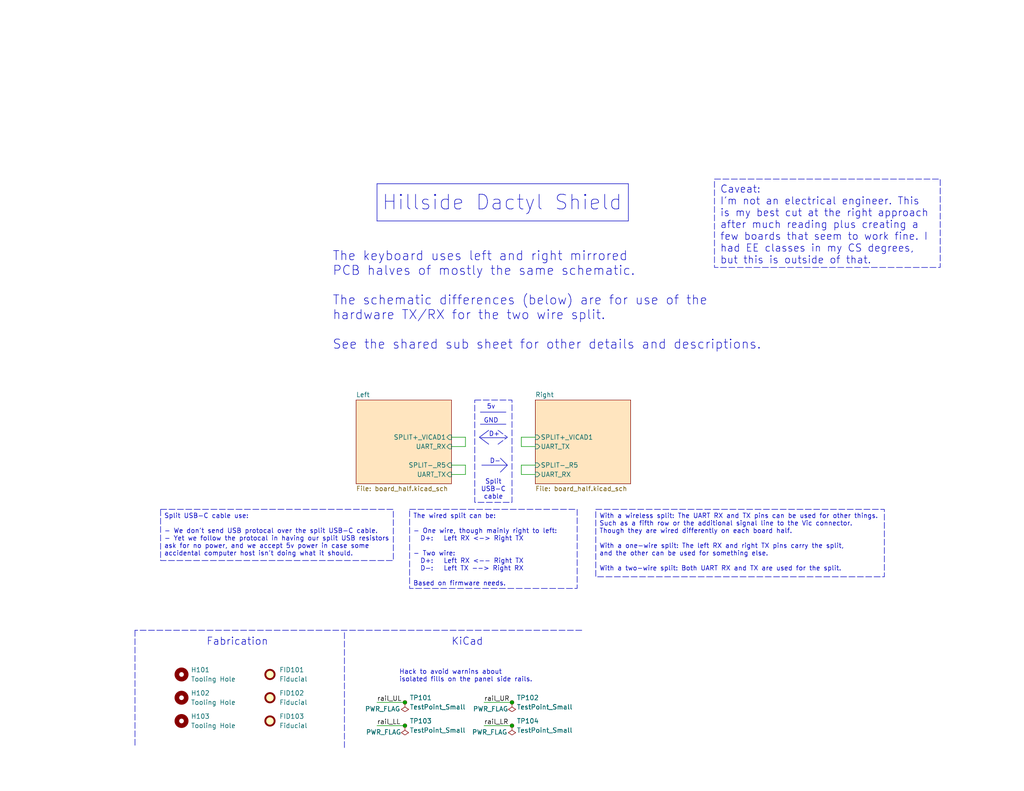
<source format=kicad_sch>
(kicad_sch (version 20231120) (generator "eeschema") (generator_version "8.0")
  (paper "USLetter")
  (title_block (title "Hillside Dactyl Shield") (date "2025-01-14") (rev "0.1.0-alpha.2") (comment 1 "  Headers: MCU, key matrix and display") (comment 2 "  On board: reset, battery switch and LEDs") (comment 3 "Provides:") (comment 4 "Shield for Dactyl split keyboards "))
  (lib_symbols
    (symbol "Connector:TestPoint_Small" (pin_numbers hide) (pin_names (offset 0.762) hide)
      (property "Reference" "TP" (at 0 3.81 0))
      (property "Value" "TestPoint_Small" (at 0 2.032 0))
      (symbol "TestPoint_Small_0_1"
        (circle (center 0 0) (radius 0.508))
      )
      (symbol "TestPoint_Small_1_1"
        (pin passive line (at 0 0 90) (length 0) (name "1") (number "1"))
      )
    )
    (symbol "Mechanical:Fiducial" (exclude_from_sim yes) (in_bom no)
      (property "Reference" "FID" (at 0 5.08 0))
      (property "Value" "Fiducial" (at 0 3.175 0))
      (symbol "Fiducial_0_1"
        (circle (center 0 0) (radius 1.27) (stroke (width 0.508)) (fill (type background)))
      )
    )
    (symbol "Mechanical:MountingHole" (pin_names (offset 1.016)) (exclude_from_sim yes) (in_bom no)
      (property "Reference" "H" (at 0 5.08 0))
      (property "Value" "MountingHole" (at 0 3.175 0))
      (symbol "MountingHole_0_1"
        (circle (center 0 0) (radius 1.27) (stroke (width 1.27)))
      )
    )
    (symbol "power:PWR_FLAG" (power) (pin_numbers hide) (pin_names (offset 0) hide)
      (property "Value" "PWR_FLAG" (at 0 3.81 0))
      (symbol "PWR_FLAG_0_0"
        (pin power_out line (at 0 0 90) (length 0) (name "~") (number "1"))
      )
      (symbol "PWR_FLAG_0_1"
        (polyline (pts (xy 0 0) (xy 0 1.27) (xy -1.016 1.905) (xy 0 2.54) (xy 1.016 1.905) (xy 0 1.27)))
      )
    )
  )
  (junction (at 110.49 191.77))
  (junction (at 110.49 198.12))
  (junction (at 139.7 198.12))
  (junction (at 139.7 191.77))
  (wire (pts (xy 142.24 127) (xy 142.24 129.54)))
  (polyline (pts (xy 135.89 121.285) (xy 138.43 119.38)) (stroke (width 0) (type dash)))
  (wire (pts (xy 146.05 127) (xy 142.24 127)))
  (polyline (pts (xy 131.064 119.507) (xy 138.049 119.507)))
  (wire (pts (xy 132.08 191.77) (xy 139.7 191.77)))
  (polyline (pts (xy 93.98 172.72) (xy 93.98 204.47)) (stroke (width 0) (type dash)))
  (wire (pts (xy 123.19 119.38) (xy 127 119.38)))
  (polyline (pts (xy 36.83 172.085) (xy 36.83 203.835)) (stroke (width 0) (type dash)))
  (polyline (pts (xy 130.81 119.38) (xy 133.35 117.475)))
  (wire (pts (xy 146.05 119.38) (xy 142.24 119.38)))
  (polyline (pts (xy 102.87 50.165) (xy 171.45 50.165)))
  (polyline (pts (xy 136.525 125.095) (xy 138.43 127)))
  (polyline (pts (xy 171.45 60.325) (xy 102.87 60.325)))
  (polyline (pts (xy 102.87 50.165) (xy 102.87 60.325)))
  (polyline (pts (xy 131.445 127) (xy 138.43 127)))
  (wire (pts (xy 142.24 121.92) (xy 146.05 121.92)))
  (wire (pts (xy 123.19 129.54) (xy 127 129.54)))
  (wire (pts (xy 102.87 198.12) (xy 110.49 198.12)))
  (wire (pts (xy 127 127) (xy 127 129.54)))
  (wire (pts (xy 123.19 121.92) (xy 127 121.92)))
  (polyline (pts (xy 171.45 50.165) (xy 171.45 60.325)))
  (polyline (pts (xy 135.89 117.475) (xy 138.43 119.38)) (stroke (width 0) (type dash)))
  (wire (pts (xy 123.19 127) (xy 127 127)))
  (wire (pts (xy 142.24 119.38) (xy 142.24 121.92)))
  (wire (pts (xy 132.08 198.12) (xy 139.7 198.12)))
  (wire (pts (xy 142.24 129.54) (xy 146.05 129.54)))
  (polyline (pts (xy 131.064 112.522) (xy 138.049 112.522)))
  (polyline (pts (xy 136.525 128.905) (xy 138.43 127)))
  (wire (pts (xy 102.87 191.77) (xy 110.49 191.77)))
  (wire (pts (xy 127 119.38) (xy 127 121.92)))
  (polyline (pts (xy 131.064 115.824) (xy 138.049 115.824)))
  (polyline (pts (xy 130.81 119.38) (xy 133.35 121.285)))
  (polyline (pts (xy 158.75 172.085) (xy 36.83 172.085)) (stroke (width 0) (type dash)))
  (text_box "Hack to avoid warnins about\nisolated fills on the panel side rails." (at 107.95 181.61 0) (size 38.735 6.35) (stroke (width -0.0001)) (effects (font (size 1.27 1.27)) (justify left top)))
  (text_box "Split USB-C cable use:\n\n- We don't send USB protocal over the split USB-C cable.\n- Yet we follow the protocal in having our split USB resistors ask for no power, and we accept 5v power in case some accidental computer host isn't doing what it should." (at 43.815 139.065 0) (size 63.5 13.97) (stroke (width 0) (type dash)) (effects (font (size 1.27 1.27)) (justify left top)))
  (text_box "Caveat:\nI'm not an electrical engineer. This is my best cut at the right approach after much reading plus creating a few boards that seem to work fine. I had EE classes in my CS degrees, but this is outside of that." (at 194.945 48.895 0) (size 61.595 24.13) (stroke (width 0) (type dash)) (effects (font (size 2 2)) (justify left top)))
  (text_box "With a wireless split: The UART RX and TX pins can be used for other things.\nSuch as a fifth row or the additional signal line to the Vic connector.\nThough they are wired differently on each board half.\n\nWith a one-wire split: The left RX and right TX pins carry the split, \nand the other can be used for something else.\n\nWith a two-wire split: Both UART RX and TX are used for the split." (at 162.56 139.065 0) (size 78.74 18.415) (stroke (width 0) (type dash)) (effects (font (size 1.27 1.27)) (justify left top)))
  (text_box "The wired split can be:\n\n- One wire, though mainly right to left:\n  D+:   Left RX <-> Right TX\n\n- Two wire: \n  D+:   Left RX <-- Right TX \n  D-:   Left TX --> Right RX\n\nBased on firmware needs." (at 111.76 139.065 0) (size 45.72 21.59) (stroke (width 0) (type dash)) (effects (font (size 1.27 1.27)) (justify left top)))
  (text_box "Split\nUSB-C\ncable" (at 129.54 109.22 0) (size 10.16 27.94) (stroke (width 0) (type dash)) (effects (font (size 1.27 1.27)) (justify bottom)))
  (text "D-" (at 135.128 125.984 0) (effects (font (size 1.27 1.27))))
  (text "5v" (at 133.985 111.125 0) (effects (font (size 1.27 1.27))))
  (text "KiCad" (at 127.508 175.26 0) (effects (font (size 2 2))))
  (text "Fabrication" (at 64.77 175.26 0) (effects (font (size 2 2))))
  (text "${TITLE}" (at 104.14 57.785 0) (effects (font (size 4 4)) (justify left bottom)))
  (text "D+" (at 134.874 118.618 0) (effects (font (size 1.27 1.27))))
  (text "GND" (at 133.985 114.935 0) (effects (font (size 1.27 1.27))))
  (text "The keyboard uses left and right mirrored  \nPCB halves of mostly the same schematic.\n\nThe schematic differences (below) are for use of the \nhardware TX/RX for the two wire split.\n\nSee the shared sub sheet for other details and descriptions." (at 90.678 95.631 0) (effects (font (size 2.5 2.5)) (justify left bottom)))
  (label "rail_LL" (at 102.87 198.12 0))
  (label "rail_UL" (at 102.87 191.77 0))
  (label "rail_UR" (at 132.08 191.77 0))
  (label "rail_LR" (at 132.08 198.12 0))
  (symbol (lib_id "Connector:TestPoint_Small") (at 139.7 198.12 0) (unit 1)
    (property "Reference" "TP104" (at 140.97 196.8499 0) (effects (justify left)))
    (property "Value" "TestPoint_Small" (at 140.97 199.3899 0) (effects (justify left)))
    (property "Footprint" "TestPoint:TestPoint_THTPad_D1.0mm_Drill0.5mm" (effects (hide yes)))
    (property "Description" "test point" (effects (hide yes)))
    (property "Config" "DNF" (effects (hide yes)))
    (property "Role" "Split" (effects (hide yes)))
  )
  (symbol (lib_id "Connector:TestPoint_Small") (at 139.7 191.77 0) (unit 1)
    (property "Reference" "TP102" (at 140.97 190.4999 0) (effects (justify left)))
    (property "Value" "TestPoint_Small" (at 140.97 193.0399 0) (effects (justify left)))
    (property "Footprint" "TestPoint:TestPoint_THTPad_D1.0mm_Drill0.5mm" (effects (hide yes)))
    (property "Description" "test point" (effects (hide yes)))
    (property "Config" "DNF" (effects (hide yes)))
    (property "Role" "Split" (effects (hide yes)))
  )
  (symbol (lib_id "power:PWR_FLAG") (at 139.7 198.12 180) (unit 1)
    (property "Reference" "#FLG0104" (effects (hide yes)))
    (property "Value" "PWR_FLAG" (at 133.604 199.898 0))
    (property "Description" "Special symbol for telling ERC where power comes from" (effects (hide yes)))
  )
  (symbol (lib_id "Mechanical:MountingHole") (at 49.53 190.5 0) (unit 1) (exclude_from_sim yes) (in_bom no)
    (property "Reference" "H102" (at 52.07 189.2299 0) (effects (justify left)))
    (property "Value" "Tooling Hole" (at 52.07 191.7699 0) (effects (justify left)))
    (property "Footprint" "Dactyl_basics:ToolingHole_1.152mm" (effects (hide yes)))
    (property "Description" "Mounting Hole without connection" (effects (hide yes)))
    (property "Config" "DNF" (effects (hide yes)))
    (property "Role" "Assembly" (effects (hide yes)))
  )
  (symbol (lib_id "Mechanical:Fiducial") (at 73.66 190.5 0) (unit 1) (exclude_from_sim yes) (in_bom no)
    (property "Reference" "FID102" (at 76.2 189.2299 0) (effects (justify left)))
    (property "Value" "Fiducial" (at 76.2 191.7699 0) (effects (justify left)))
    (property "Footprint" "Dactyl_basics:Fiducial_1mm_Mask2mm" (effects (hide yes)))
    (property "Description" "Fiducial Marker" (effects (hide yes)))
    (property "Config" "DNF" (effects (hide yes)))
    (property "Role" "Assembly" (effects (hide yes)))
  )
  (symbol (lib_id "Mechanical:Fiducial") (at 73.66 196.85 0) (unit 1) (exclude_from_sim yes) (in_bom no)
    (property "Reference" "FID103" (at 76.2 195.5799 0) (effects (justify left)))
    (property "Value" "Fiducial" (at 76.2 198.1199 0) (effects (justify left)))
    (property "Footprint" "Dactyl_basics:Fiducial_1mm_Mask2mm" (effects (hide yes)))
    (property "Description" "Fiducial Marker" (effects (hide yes)))
    (property "Config" "DNF" (effects (hide yes)))
    (property "Role" "Assembly" (effects (hide yes)))
  )
  (symbol (lib_id "Connector:TestPoint_Small") (at 110.49 191.77 0) (unit 1)
    (property "Reference" "TP101" (at 111.76 190.4999 0) (effects (justify left)))
    (property "Value" "TestPoint_Small" (at 111.76 193.0399 0) (effects (justify left)))
    (property "Footprint" "TestPoint:TestPoint_THTPad_D1.0mm_Drill0.5mm" (effects (hide yes)))
    (property "Description" "test point" (effects (hide yes)))
    (property "Config" "DNF" (effects (hide yes)))
    (property "Role" "Split" (effects (hide yes)))
  )
  (symbol (lib_id "Connector:TestPoint_Small") (at 110.49 198.12 0) (unit 1)
    (property "Reference" "TP103" (at 111.76 196.8499 0) (effects (justify left)))
    (property "Value" "TestPoint_Small" (at 111.76 199.3899 0) (effects (justify left)))
    (property "Footprint" "TestPoint:TestPoint_THTPad_D1.0mm_Drill0.5mm" (effects (hide yes)))
    (property "Description" "test point" (effects (hide yes)))
    (property "Config" "DNF" (effects (hide yes)))
    (property "Role" "Split" (effects (hide yes)))
  )
  (symbol (lib_id "Mechanical:MountingHole") (at 49.53 184.15 0) (unit 1) (exclude_from_sim yes) (in_bom no)
    (property "Reference" "H101" (at 52.07 182.8799 0) (effects (justify left)))
    (property "Value" "Tooling Hole" (at 52.07 185.4199 0) (effects (justify left)))
    (property "Footprint" "Dactyl_basics:ToolingHole_1.152mm" (effects (hide yes)))
    (property "Description" "Mounting Hole without connection" (effects (hide yes)))
    (property "Config" "DNF" (effects (hide yes)))
    (property "Role" "Assembly" (effects (hide yes)))
  )
  (symbol (lib_id "Mechanical:Fiducial") (at 73.66 184.15 0) (unit 1) (exclude_from_sim yes) (in_bom no)
    (property "Reference" "FID101" (at 76.2 182.8799 0) (effects (justify left)))
    (property "Value" "Fiducial" (at 76.2 185.4199 0) (effects (justify left)))
    (property "Footprint" "Dactyl_basics:Fiducial_1mm_Mask2mm" (effects (hide yes)))
    (property "Description" "Fiducial Marker" (effects (hide yes)))
    (property "Config" "DNF" (effects (hide yes)))
    (property "Role" "Assembly" (effects (hide yes)))
  )
  (symbol (lib_id "Mechanical:MountingHole") (at 49.53 196.85 0) (unit 1) (exclude_from_sim yes) (in_bom no)
    (property "Reference" "H103" (at 52.07 195.5799 0) (effects (justify left)))
    (property "Value" "Tooling Hole" (at 52.07 198.1199 0) (effects (justify left)))
    (property "Footprint" "Dactyl_basics:ToolingHole_1.152mm" (effects (hide yes)))
    (property "Description" "Mounting Hole without connection" (effects (hide yes)))
    (property "Config" "DNF" (effects (hide yes)))
    (property "Role" "Assembly" (effects (hide yes)))
  )
  (symbol (lib_id "power:PWR_FLAG") (at 139.7 191.77 180) (unit 1)
    (property "Reference" "#FLG0102" (effects (hide yes)))
    (property "Value" "PWR_FLAG" (at 133.858 193.548 0))
    (property "Description" "Special symbol for telling ERC where power comes from" (effects (hide yes)))
  )
  (symbol (lib_id "power:PWR_FLAG") (at 110.49 191.77 180) (unit 1)
    (property "Reference" "#FLG0101" (effects (hide yes)))
    (property "Value" "PWR_FLAG" (at 104.394 193.548 0))
    (property "Description" "Special symbol for telling ERC where power comes from" (effects (hide yes)))
  )
  (symbol (lib_id "power:PWR_FLAG") (at 110.49 198.12 180) (unit 1)
    (property "Reference" "#FLG0103" (effects (hide yes)))
    (property "Value" "PWR_FLAG" (at 104.648 199.898 0))
    (property "Description" "Special symbol for telling ERC where power comes from" (effects (hide yes)))
  )
  (sheet (at 97.155 109.22) (size 26.035 22.86) (stroke (width 0.1524)) (fill (color 255 229 191 1.0000))
    (property "Sheetname" "Left" (at 97.155 108.5084 0) (effects (justify left bottom)))
    (property "Sheetfile" "board_half.kicad_sch" (at 97.155 132.6646 0) (effects (justify left top)))
    (pin "SPLIT+_VICAD1" input (at 123.19 119.38 0))
    (pin "SPLIT-_R5" input (at 123.19 127 0))
    (pin "UART_RX" input (at 123.19 121.92 0))
    (pin "UART_TX" input (at 123.19 129.54 0))
  )
  (sheet (at 146.05 109.22) (size 26.035 22.86) (stroke (width 0.1524)) (fill (color 255 229 191 1.0000))
    (property "Sheetname" "Right" (at 146.05 108.5084 0) (effects (justify left bottom)))
    (property "Sheetfile" "board_half.kicad_sch" (at 146.05 132.6646 0) (effects (justify left top)))
    (pin "SPLIT+_VICAD1" input (at 146.05 119.38 180))
    (pin "SPLIT-_R5" input (at 146.05 127 180))
    (pin "UART_RX" input (at 146.05 129.54 180))
    (pin "UART_TX" input (at 146.05 121.92 180))
  )
)
</source>
